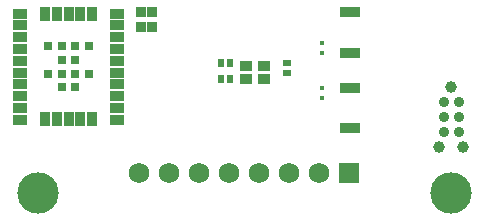
<source format=gts>
G04*
G04 #@! TF.GenerationSoftware,Altium Limited,Altium Designer,21.6.4 (81)*
G04*
G04 Layer_Color=8388736*
%FSLAX44Y44*%
%MOMM*%
G71*
G04*
G04 #@! TF.SameCoordinates,EAB3D259-4ACE-4868-9577-5A2B5B6BA7EE*
G04*
G04*
G04 #@! TF.FilePolarity,Negative*
G04*
G01*
G75*
G04:AMPARAMS|DCode=25|XSize=1.25mm|YSize=0.8mm|CornerRadius=0.085mm|HoleSize=0mm|Usage=FLASHONLY|Rotation=180.000|XOffset=0mm|YOffset=0mm|HoleType=Round|Shape=RoundedRectangle|*
%AMROUNDEDRECTD25*
21,1,1.2500,0.6300,0,0,180.0*
21,1,1.0800,0.8000,0,0,180.0*
1,1,0.1700,-0.5400,0.3150*
1,1,0.1700,0.5400,0.3150*
1,1,0.1700,0.5400,-0.3150*
1,1,0.1700,-0.5400,-0.3150*
%
%ADD25ROUNDEDRECTD25*%
G04:AMPARAMS|DCode=26|XSize=1.25mm|YSize=0.8mm|CornerRadius=0.085mm|HoleSize=0mm|Usage=FLASHONLY|Rotation=90.000|XOffset=0mm|YOffset=0mm|HoleType=Round|Shape=RoundedRectangle|*
%AMROUNDEDRECTD26*
21,1,1.2500,0.6300,0,0,90.0*
21,1,1.0800,0.8000,0,0,90.0*
1,1,0.1700,0.3150,0.5400*
1,1,0.1700,0.3150,-0.5400*
1,1,0.1700,-0.3150,-0.5400*
1,1,0.1700,-0.3150,0.5400*
%
%ADD26ROUNDEDRECTD26*%
%ADD27R,0.8000X0.8000*%
%ADD28C,0.8900*%
%ADD29R,1.1000X0.9000*%
%ADD30R,0.8800X0.8400*%
%ADD31R,1.8000X0.9000*%
%ADD32R,0.6200X0.6500*%
%ADD33R,0.6500X0.6200*%
%ADD34R,0.4500X0.4600*%
%ADD35C,1.0000*%
%ADD36C,1.7500*%
%ADD37R,1.7500X1.7500*%
%ADD38C,3.5000*%
D25*
X92250Y87000D02*
D03*
Y97000D02*
D03*
Y107000D02*
D03*
Y117000D02*
D03*
Y127000D02*
D03*
Y137000D02*
D03*
Y147000D02*
D03*
Y157000D02*
D03*
Y167000D02*
D03*
Y177000D02*
D03*
X9750D02*
D03*
Y167000D02*
D03*
Y157000D02*
D03*
Y147000D02*
D03*
Y137000D02*
D03*
Y127000D02*
D03*
Y117000D02*
D03*
Y107000D02*
D03*
Y97000D02*
D03*
Y87000D02*
D03*
D26*
X31000Y176250D02*
D03*
X41000D02*
D03*
X51000D02*
D03*
X61000D02*
D03*
X71000D02*
D03*
Y87750D02*
D03*
X61000D02*
D03*
X51000D02*
D03*
X41000D02*
D03*
X31000D02*
D03*
D27*
X68250Y149250D02*
D03*
X56750D02*
D03*
X45250D02*
D03*
X33750D02*
D03*
Y126250D02*
D03*
X45250Y137750D02*
D03*
X56750D02*
D03*
Y114750D02*
D03*
X68250Y126250D02*
D03*
X56750D02*
D03*
X45250D02*
D03*
Y114750D02*
D03*
D28*
X381350Y76900D02*
D03*
X368650D02*
D03*
X381350Y89600D02*
D03*
X368650D02*
D03*
X381350Y102300D02*
D03*
X368650D02*
D03*
D29*
X216500Y132500D02*
D03*
X201500D02*
D03*
Y121500D02*
D03*
X216500D02*
D03*
D30*
X112100Y166000D02*
D03*
X121900D02*
D03*
Y178000D02*
D03*
X112100D02*
D03*
D31*
X289000Y144000D02*
D03*
Y178000D02*
D03*
Y114000D02*
D03*
Y80000D02*
D03*
D32*
X188000Y122000D02*
D03*
X180000D02*
D03*
X188000Y135000D02*
D03*
X180000D02*
D03*
D33*
X236000Y135000D02*
D03*
Y127000D02*
D03*
D34*
X266000Y152200D02*
D03*
Y143800D02*
D03*
X266000Y105800D02*
D03*
Y114200D02*
D03*
D35*
X364840Y64200D02*
D03*
X385160D02*
D03*
X375000Y115000D02*
D03*
D36*
X161900Y41700D02*
D03*
X187300D02*
D03*
X212700D02*
D03*
X263500D02*
D03*
X238100D02*
D03*
X136500D02*
D03*
X111100D02*
D03*
D37*
X288900D02*
D03*
D38*
X375000Y25000D02*
D03*
X25000D02*
D03*
M02*

</source>
